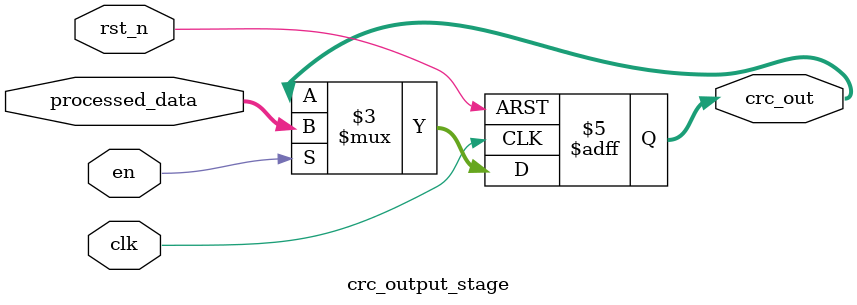
<source format=sv>
module crc_hybrid #(parameter WIDTH=32)(
    input clk, rst_n, en,
    input [WIDTH-1:0] data,
    output [31:0] crc
);
    // 定义流水线阶段信号
    wire [31:0] data_stage1;
    reg [31:0] data_stage2;
    wire [31:0] processed_data_stage2;
    reg [31:0] processed_data_stage3;
    
    // 阶段1: 数据接口 - 处理输入数据提取
    data_interface #(
        .WIDTH(WIDTH)
    ) data_interface_inst (
        .data_in(data),
        .data_out(data_stage1)
    );
    
    // 阶段1到阶段2的流水线寄存器
    always @(posedge clk or negedge rst_n) begin
        if (!rst_n) begin
            data_stage2 <= 32'h0;
        end else if (en) begin
            data_stage2 <= data_stage1;
        end
    end
    
    // 阶段2: CRC计算核心 - 实现CRC算法
    crc_computation_core crc_computation_inst (
        .data_in(data_stage2),
        .width_param(WIDTH),
        .processed_data(processed_data_stage2)
    );
    
    // 阶段2到阶段3的流水线寄存器
    always @(posedge clk or negedge rst_n) begin
        if (!rst_n) begin
            processed_data_stage3 <= 32'h0;
        end else if (en) begin
            processed_data_stage3 <= processed_data_stage2;
        end
    end
    
    // 阶段3: 输出寄存器
    crc_output_stage output_stage_inst (
        .clk(clk),
        .rst_n(rst_n),
        .en(en),
        .processed_data(processed_data_stage3),
        .crc_out(crc)
    );
endmodule

// 数据接口模块 - 优化后
module data_interface #(parameter WIDTH=32)(
    input [WIDTH-1:0] data_in,
    output [31:0] data_out
);
    // 数据提取逻辑
    // 对于任何宽度的输入，只取低32位
    assign data_out = (WIDTH >= 32) ? data_in[31:0] : {{(32-WIDTH){1'b0}}, data_in};
endmodule

// CRC计算核心模块 - 拆分长路径，优化组合逻辑
module crc_computation_core (
    input [31:0] data_in,
    input [31:0] width_param,
    output [31:0] processed_data
);
    // CRC多项式常量
    localparam CRC_POLYNOMIAL = 32'h04C11DB7;
    
    // 简化判断逻辑
    wire is_wide_mode = (width_param > 32);
    
    // 优化的CRC计算逻辑，拆分路径深度
    wire [31:0] shifted_data = {data_in[30:0], 1'b0};
    wire [31:0] xor_mask = data_in[31] ? CRC_POLYNOMIAL : 32'h0;
    wire [31:0] wide_mode_result = shifted_data ^ xor_mask;
    
    // 最终选择 - 使用三元运算符
    assign processed_data = is_wide_mode ? wide_mode_result : data_in;
endmodule

// 输出寄存器模块 - 替代原时序控制器
module crc_output_stage (
    input clk,
    input rst_n,
    input en,
    input [31:0] processed_data,
    output reg [31:0] crc_out
);
    // 简化的输出寄存器
    always @(posedge clk or negedge rst_n) begin
        if (!rst_n) begin
            crc_out <= 32'h0;
        end else if (en) begin
            crc_out <= processed_data;
        end
    end
endmodule
</source>
